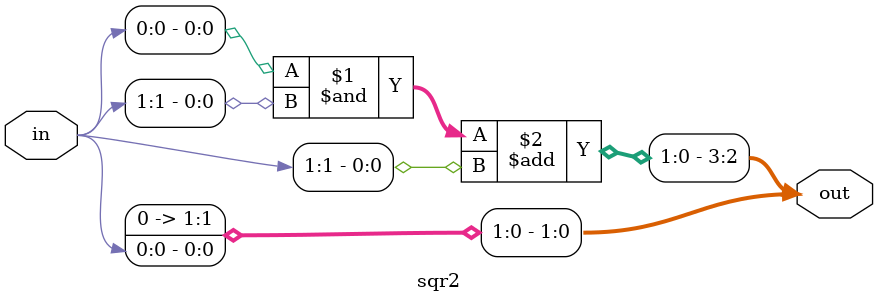
<source format=v>
module sqrN #(parameter N = 8) (input [N-1:0] in, output [2*N-1:0] out);
   // recursive generation of squaring half the number of bits down to squaring 2 bits
   generate
      if (N > 2)
      begin
         wire [N-1:0] y;
         sqrN #(.N(N/2)) sqr_y (.in(in[N/2-1:0]), .out(y));
   
         wire [N-1:0] x;
         sqrN #(.N(N/2)) sqr_x (.in(in[N-1:N/2]), .out(x));
   
         // For simplicity, standard multiplication operator is used instead of a Vedic multiplier.
         // It is assumed (unverified) that Synthesis tools fully optimize standard A*B multiplier
         wire [N-1:0] z;
         assign z = in[N/2-1:0] * in[N-1:N/2];
         
         wire [N:0] r;
         assign r = {z,1'b0} + y[N-1:N/2];
         
         wire [N-1:0] t;
         assign t = x + r[N:N/2];
         
         assign out = {t, r[N/2-1:0], y[N/2-1:0]};
      end else begin
         sqr2 sqr2_ins(.in(in), .out(out));
      end
   endgenerate
endmodule

module sqr2 (input [1:0] in, output [3:0] out);
   assign out[0] = in[0];
   assign out[1] = 1'b0;
   assign out[3:2] = (in[0] & in[1]) + in[1];
endmodule


</source>
